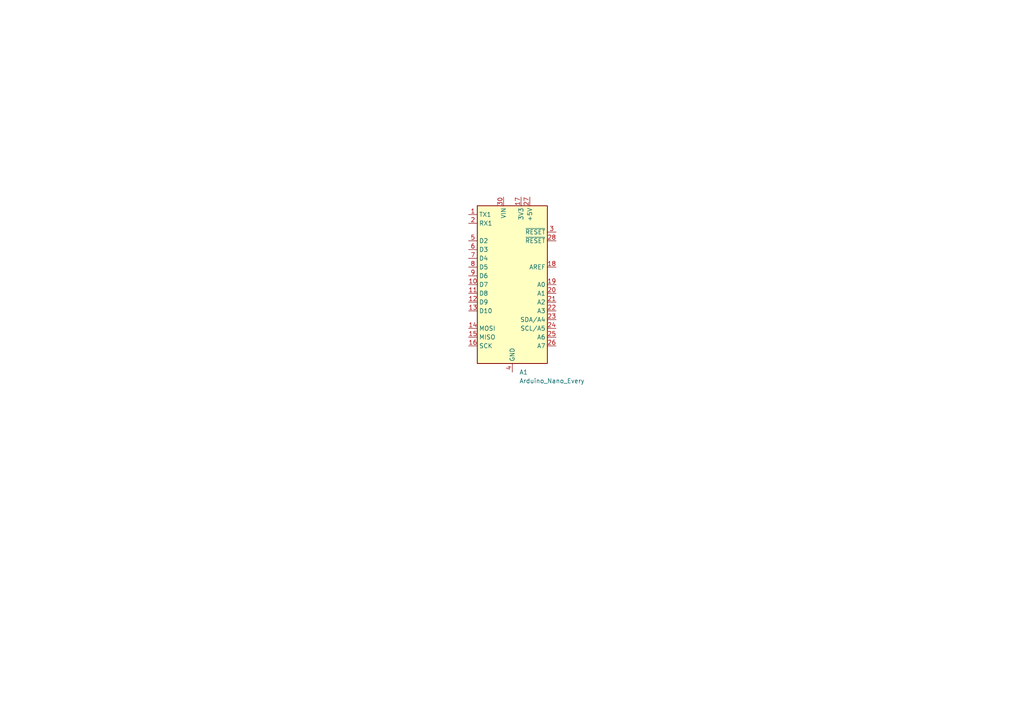
<source format=kicad_sch>
(kicad_sch (version 20211123) (generator eeschema)
  (paper "A4")
  (lib_symbols
    (symbol "MCU_Module:Arduino_Nano_Every"
      (property "Reference" "A" (at -10.16 23.495 0))
      (property "Value" "Arduino_Nano_Every" (at 5.08 -24.13 0))
      (symbol "Arduino_Nano_Every_0_1"
        (rectangle (start -10.16 22.86) (end 10.16 -22.86) (stroke (width 0.254)) (fill (type background)))
      )
      (symbol "Arduino_Nano_Every_1_1"
        (pin bidirectional line (at -12.7 20.32 0) (length 2.54) (name "TX1") (number "1"))
        (pin bidirectional line (at -12.7 0 0) (length 2.54) (name "D7") (number "10"))
        (pin bidirectional line (at -12.7 -2.54 0) (length 2.54) (name "D8") (number "11"))
        (pin bidirectional line (at -12.7 -5.08 0) (length 2.54) (name "D9") (number "12"))
        (pin bidirectional line (at -12.7 -7.62 0) (length 2.54) (name "D10") (number "13"))
        (pin bidirectional line (at -12.7 -12.7 0) (length 2.54) (name "MOSI") (number "14"))
        (pin bidirectional line (at -12.7 -15.24 0) (length 2.54) (name "MISO") (number "15"))
        (pin bidirectional line (at -12.7 -17.78 0) (length 2.54) (name "SCK") (number "16"))
        (pin power_out line (at 2.54 25.4 270) (length 2.54) (name "3V3") (number "17"))
        (pin input line (at 12.7 5.08 180) (length 2.54) (name "AREF") (number "18"))
        (pin bidirectional line (at 12.7 0 180) (length 2.54) (name "A0") (number "19"))
        (pin bidirectional line (at -12.7 17.78 0) (length 2.54) (name "RX1") (number "2"))
        (pin bidirectional line (at 12.7 -2.54 180) (length 2.54) (name "A1") (number "20"))
        (pin bidirectional line (at 12.7 -5.08 180) (length 2.54) (name "A2") (number "21"))
        (pin bidirectional line (at 12.7 -7.62 180) (length 2.54) (name "A3") (number "22"))
        (pin bidirectional line (at 12.7 -10.16 180) (length 2.54) (name "SDA/A4") (number "23"))
        (pin bidirectional line (at 12.7 -12.7 180) (length 2.54) (name "SCL/A5") (number "24"))
        (pin bidirectional line (at 12.7 -15.24 180) (length 2.54) (name "A6") (number "25"))
        (pin bidirectional line (at 12.7 -17.78 180) (length 2.54) (name "A7") (number "26"))
        (pin power_out line (at 5.08 25.4 270) (length 2.54) (name "+5V") (number "27"))
        (pin input line (at 12.7 12.7 180) (length 2.54) (name "~{RESET}") (number "28"))
        (pin passive line (at 0 -25.4 90) (length 2.54) hide (name "GND") (number "29"))
        (pin input line (at 12.7 15.24 180) (length 2.54) (name "~{RESET}") (number "3"))
        (pin power_in line (at -2.54 25.4 270) (length 2.54) (name "VIN") (number "30"))
        (pin power_in line (at 0 -25.4 90) (length 2.54) (name "GND") (number "4"))
        (pin bidirectional line (at -12.7 12.7 0) (length 2.54) (name "D2") (number "5"))
        (pin bidirectional line (at -12.7 10.16 0) (length 2.54) (name "D3") (number "6"))
        (pin bidirectional line (at -12.7 7.62 0) (length 2.54) (name "D4") (number "7"))
        (pin bidirectional line (at -12.7 5.08 0) (length 2.54) (name "D5") (number "8"))
        (pin bidirectional line (at -12.7 2.54 0) (length 2.54) (name "D6") (number "9"))
      )
    )
  )
  (symbol (lib_id "MCU_Module:Arduino_Nano_Every") (at 148.59 82.55 0) (unit 1)
    (property "Reference" "A1" (at 150.6094 107.95 0) (effects (justify left)))
    (property "Value" "Arduino_Nano_Every" (at 150.6094 110.49 0) (effects (justify left)))
    (property "Footprint" "Module:Arduino_Nano" (effects hide))
    (property "Datasheet" "https://content.arduino.cc/assets/NANOEveryV3.0_sch.pdf" (effects hide))
  )
)
</source>
